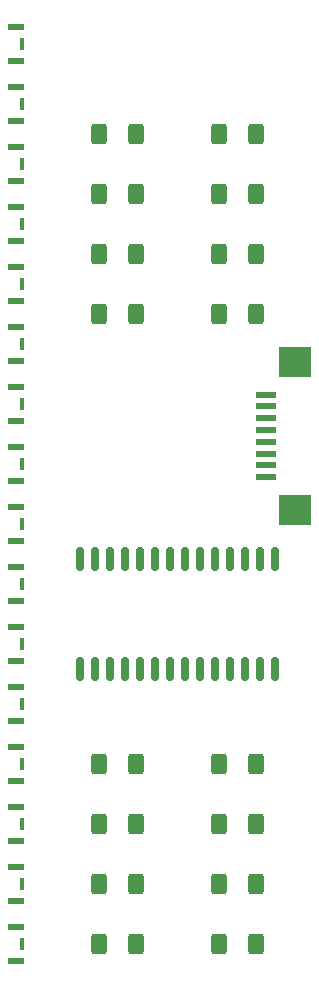
<source format=gbr>
%TF.GenerationSoftware,KiCad,Pcbnew,8.0.3-8.0.3-0~ubuntu22.04.1*%
%TF.CreationDate,2024-09-23T16:20:46+03:00*%
%TF.ProjectId,PM-LED16,504d2d4c-4544-4313-962e-6b696361645f,rev?*%
%TF.SameCoordinates,Original*%
%TF.FileFunction,Paste,Top*%
%TF.FilePolarity,Positive*%
%FSLAX46Y46*%
G04 Gerber Fmt 4.6, Leading zero omitted, Abs format (unit mm)*
G04 Created by KiCad (PCBNEW 8.0.3-8.0.3-0~ubuntu22.04.1) date 2024-09-23 16:20:46*
%MOMM*%
%LPD*%
G01*
G04 APERTURE LIST*
G04 Aperture macros list*
%AMRoundRect*
0 Rectangle with rounded corners*
0 $1 Rounding radius*
0 $2 $3 $4 $5 $6 $7 $8 $9 X,Y pos of 4 corners*
0 Add a 4 corners polygon primitive as box body*
4,1,4,$2,$3,$4,$5,$6,$7,$8,$9,$2,$3,0*
0 Add four circle primitives for the rounded corners*
1,1,$1+$1,$2,$3*
1,1,$1+$1,$4,$5*
1,1,$1+$1,$6,$7*
1,1,$1+$1,$8,$9*
0 Add four rect primitives between the rounded corners*
20,1,$1+$1,$2,$3,$4,$5,0*
20,1,$1+$1,$4,$5,$6,$7,0*
20,1,$1+$1,$6,$7,$8,$9,0*
20,1,$1+$1,$8,$9,$2,$3,0*%
G04 Aperture macros list end*
%ADD10R,1.410000X0.630000*%
%ADD11R,0.430000X1.070000*%
%ADD12RoundRect,0.250000X0.400000X0.625000X-0.400000X0.625000X-0.400000X-0.625000X0.400000X-0.625000X0*%
%ADD13R,2.800000X2.500000*%
%ADD14R,1.700000X0.600000*%
%ADD15RoundRect,0.150000X0.150000X-0.875000X0.150000X0.875000X-0.150000X0.875000X-0.150000X-0.875000X0*%
G04 APERTURE END LIST*
D10*
%TO.C,D12*%
X-13698000Y-11280000D03*
X-13698000Y-14120000D03*
D11*
X-13208000Y-12700000D03*
%TD*%
D12*
%TO.C,R13*%
X6630000Y-17780000D03*
X3530000Y-17780000D03*
%TD*%
D13*
%TO.C,J1*%
X9950000Y3750000D03*
X9950000Y16250000D03*
D14*
X7500000Y6500000D03*
X7500000Y7500000D03*
X7500000Y8500000D03*
X7500000Y9500000D03*
X7500000Y10500000D03*
X7500000Y11500000D03*
X7500000Y12500000D03*
X7500000Y13500000D03*
%TD*%
D12*
%TO.C,R5*%
X-3530000Y35560000D03*
X-6630000Y35560000D03*
%TD*%
%TO.C,R12*%
X-3530000Y-33020000D03*
X-6630000Y-33020000D03*
%TD*%
D10*
%TO.C,D13*%
X-13698000Y-16360000D03*
X-13698000Y-19200000D03*
D11*
X-13208000Y-17780000D03*
%TD*%
D10*
%TO.C,D3*%
X-13698000Y34440000D03*
X-13698000Y31600000D03*
D11*
X-13208000Y33020000D03*
%TD*%
D12*
%TO.C,R14*%
X6630000Y-22860000D03*
X3530000Y-22860000D03*
%TD*%
D10*
%TO.C,D8*%
X-13698000Y9040000D03*
X-13698000Y6200000D03*
D11*
X-13208000Y7620000D03*
%TD*%
D10*
%TO.C,D15*%
X-13698000Y-26520000D03*
X-13698000Y-29360000D03*
D11*
X-13208000Y-27940000D03*
%TD*%
D10*
%TO.C,D6*%
X-13698000Y19200000D03*
X-13698000Y16360000D03*
D11*
X-13208000Y17780000D03*
%TD*%
D15*
%TO.C,U1*%
X-8255000Y-9730000D03*
X-6985000Y-9730000D03*
X-5715000Y-9730000D03*
X-4445000Y-9730000D03*
X-3175000Y-9730000D03*
X-1905000Y-9730000D03*
X-635000Y-9730000D03*
X635000Y-9730000D03*
X1905000Y-9730000D03*
X3175000Y-9730000D03*
X4445000Y-9730000D03*
X5715000Y-9730000D03*
X6985000Y-9730000D03*
X8255000Y-9730000D03*
X8255000Y-430000D03*
X6985000Y-430000D03*
X5715000Y-430000D03*
X4445000Y-430000D03*
X3175000Y-430000D03*
X1905000Y-430000D03*
X635000Y-430000D03*
X-635000Y-430000D03*
X-1905000Y-430000D03*
X-3175000Y-430000D03*
X-4445000Y-430000D03*
X-5715000Y-430000D03*
X-6985000Y-430000D03*
X-8255000Y-430000D03*
%TD*%
D10*
%TO.C,D2*%
X-13698000Y39520000D03*
X-13698000Y36680000D03*
D11*
X-13208000Y38100000D03*
%TD*%
D10*
%TO.C,D7*%
X-13698000Y14120000D03*
X-13698000Y11280000D03*
D11*
X-13208000Y12700000D03*
%TD*%
D12*
%TO.C,R3*%
X6630000Y25400000D03*
X3530000Y25400000D03*
%TD*%
D11*
%TO.C,D1*%
X-13208000Y43180000D03*
D10*
X-13698000Y41760000D03*
X-13698000Y44600000D03*
%TD*%
%TO.C,D4*%
X-13698000Y29360000D03*
X-13698000Y26520000D03*
D11*
X-13208000Y27940000D03*
%TD*%
D12*
%TO.C,R8*%
X-3530000Y20320000D03*
X-6630000Y20320000D03*
%TD*%
%TO.C,R6*%
X-3530000Y30480000D03*
X-6630000Y30480000D03*
%TD*%
%TO.C,R4*%
X6630000Y20320000D03*
X3530000Y20320000D03*
%TD*%
D10*
%TO.C,D11*%
X-13698000Y-6200000D03*
X-13698000Y-9040000D03*
D11*
X-13208000Y-7620000D03*
%TD*%
D10*
%TO.C,D16*%
X-13698000Y-31600000D03*
X-13698000Y-34440000D03*
D11*
X-13208000Y-33020000D03*
%TD*%
D10*
%TO.C,D14*%
X-13698000Y-21440000D03*
X-13698000Y-24280000D03*
D11*
X-13208000Y-22860000D03*
%TD*%
D12*
%TO.C,R10*%
X-3530000Y-22860000D03*
X-6630000Y-22860000D03*
%TD*%
%TO.C,R16*%
X6630000Y-33020000D03*
X3530000Y-33020000D03*
%TD*%
%TO.C,R2*%
X6630000Y30480000D03*
X3530000Y30480000D03*
%TD*%
D10*
%TO.C,D9*%
X-13698000Y3960000D03*
X-13698000Y1120000D03*
D11*
X-13208000Y2540000D03*
%TD*%
D12*
%TO.C,R1*%
X6630000Y35560000D03*
X3530000Y35560000D03*
%TD*%
%TO.C,R9*%
X-3530000Y-17780000D03*
X-6630000Y-17780000D03*
%TD*%
%TO.C,R15*%
X6630000Y-27940000D03*
X3530000Y-27940000D03*
%TD*%
%TO.C,R7*%
X-3530000Y25400000D03*
X-6630000Y25400000D03*
%TD*%
%TO.C,R11*%
X-3530000Y-27940000D03*
X-6630000Y-27940000D03*
%TD*%
D10*
%TO.C,D5*%
X-13698000Y24280000D03*
X-13698000Y21440000D03*
D11*
X-13208000Y22860000D03*
%TD*%
D10*
%TO.C,D10*%
X-13698000Y-1120000D03*
X-13698000Y-3960000D03*
D11*
X-13208000Y-2540000D03*
%TD*%
M02*

</source>
